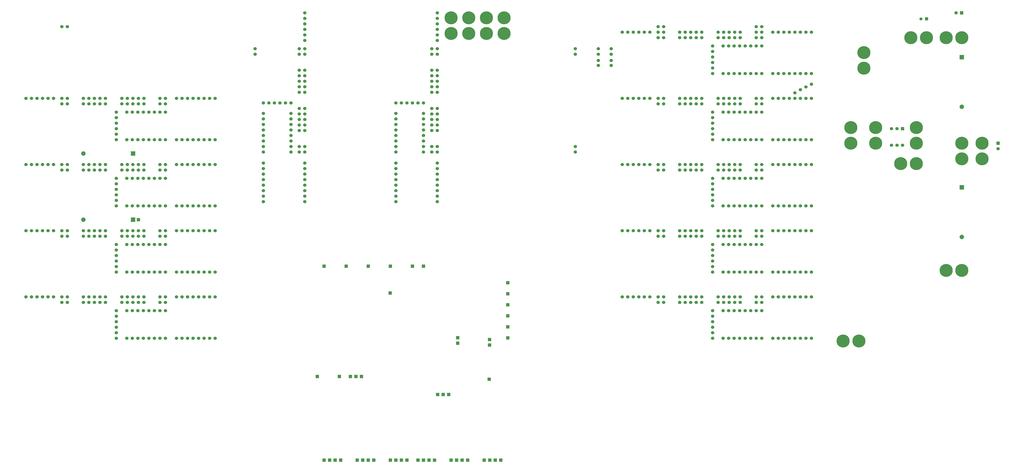
<source format=gbr>
G04 start of page 6 for group 4 idx 15 *
G04 Title: (unknown), exclude2 *
G04 Creator: pcb 4.2.0 *
G04 CreationDate: Thu Sep 17 11:22:56 2020 UTC *
G04 For: commonadmin *
G04 Format: Gerber/RS-274X *
G04 PCB-Dimensions (mil): 18000.00 11000.00 *
G04 PCB-Coordinate-Origin: lower left *
%MOIN*%
%FSLAX25Y25*%
%LNGROUP4*%
%ADD60C,0.0280*%
%ADD59C,0.0300*%
%ADD58C,0.0500*%
%ADD57C,0.1870*%
%ADD56C,0.0350*%
%ADD55C,0.0380*%
%ADD54C,0.0800*%
%ADD53C,0.0550*%
%ADD52C,0.0001*%
%ADD51C,0.2362*%
%ADD50C,0.0600*%
G54D50*X1367500Y975000D03*
X1377500D03*
X1387500D03*
X1397500D03*
X1407500D03*
X1417500D03*
X1427500D03*
X1437500D03*
G54D51*X1532500Y1012846D03*
Y984500D03*
G54D52*G36*
X1706000Y1008500D02*Y1000500D01*
X1714000D01*
Y1008500D01*
X1706000D01*
G37*
G54D50*X1367500Y1050000D03*
X1347500D03*
Y1040000D03*
X1377500Y1050000D03*
X1387500D03*
X1397500D03*
X1407500D03*
X1417500D03*
X1427500D03*
X1437500D03*
X1337500Y1040000D03*
Y1050000D03*
X1308500D03*
Y1040000D03*
G54D51*X1646000D03*
X1617654D03*
G54D50*X1219000D03*
X1209000Y1050000D03*
X1199000D03*
X1209000Y1040000D03*
X1199000D03*
X1170000D03*
X1160000D03*
X1170000Y1050000D03*
X1160000D03*
X1145000D03*
X1135000D03*
X1125000D03*
X1115000D03*
X1105000D03*
X1095000D03*
G54D51*X1709846Y1040000D03*
X1681500D03*
G54D52*G36*
X1706500Y1088000D02*Y1082000D01*
X1712500D01*
Y1088000D01*
X1706500D01*
G37*
G54D50*X1699500Y1085000D03*
G54D52*G36*
X1643250Y1076750D02*Y1071250D01*
X1648750D01*
Y1076750D01*
X1643250D01*
G37*
G54D53*X1636000Y1074000D03*
G54D50*X1277500Y975000D03*
X1287500D03*
X1297500D03*
X1307500D03*
X1317500D03*
X1327500D03*
X1337500D03*
X1347500D03*
X1258500D03*
Y985000D03*
Y995000D03*
Y1005000D03*
Y1015000D03*
Y1025000D03*
X1277500D03*
X1287500D03*
X1297500D03*
X1307500D03*
X1317500D03*
X1327500D03*
X1337500D03*
X1347500D03*
X1298500Y1050000D03*
X1288500D03*
X1278500D03*
X1268500D03*
X1298500Y1040000D03*
X1288500D03*
X1278500D03*
X1268500D03*
X1239000D03*
X1229000D03*
X1239000Y1050000D03*
X1229000D03*
X1219000D03*
X287500Y495000D03*
X297500D03*
X307500D03*
X317500D03*
X327500D03*
X337500D03*
X347500D03*
X357500D03*
X197500D03*
X207500D03*
X217500D03*
X227500D03*
X237500D03*
X247500D03*
X257500D03*
X267500D03*
X178500D03*
Y505000D03*
Y515000D03*
Y525000D03*
Y535000D03*
Y545000D03*
X197500D03*
X207500D03*
X217500D03*
X227500D03*
X237500D03*
X247500D03*
X257500D03*
X267500D03*
X287500Y570000D03*
X267500D03*
Y560000D03*
X297500Y570000D03*
X307500D03*
X317500D03*
X327500D03*
X337500D03*
X347500D03*
X357500D03*
X257500Y560000D03*
Y570000D03*
X228500D03*
Y560000D03*
X218500Y570000D03*
X208500D03*
X198500D03*
X188500D03*
X218500Y560000D03*
X208500D03*
X198500D03*
X188500D03*
X159000D03*
X149000D03*
X159000Y570000D03*
X149000D03*
X139000D03*
Y560000D03*
X129000Y570000D03*
X119000D03*
X129000Y560000D03*
X119000D03*
X90000D03*
X80000D03*
X90000Y570000D03*
X80000D03*
X65000D03*
X55000D03*
X45000D03*
X35000D03*
X25000D03*
X15000D03*
X197500Y615000D03*
X207500D03*
X217500D03*
X227500D03*
X237500D03*
X247500D03*
X257500D03*
X267500D03*
G54D52*G36*
X592000Y628500D02*Y622500D01*
X598000D01*
Y628500D01*
X592000D01*
G37*
G36*
X552000D02*Y622500D01*
X558000D01*
Y628500D01*
X552000D01*
G37*
G54D50*X178500Y615000D03*
Y625000D03*
Y635000D03*
Y645000D03*
Y655000D03*
Y665000D03*
X197500D03*
X207500D03*
X217500D03*
X227500D03*
X237500D03*
X247500D03*
X257500D03*
X267500D03*
X218500Y690000D03*
Y680000D03*
X208500D03*
X198500D03*
X188500D03*
X208500Y690000D03*
X198500D03*
X188500D03*
X159000D03*
X149000D03*
X139000D03*
G54D54*X119000Y710000D03*
G54D52*G36*
X215500Y713000D02*Y707000D01*
X221500D01*
Y713000D01*
X215500D01*
G37*
G54D50*X159000Y680000D03*
X149000D03*
X139000D03*
X129000Y690000D03*
X119000D03*
X129000Y680000D03*
X119000D03*
X90000D03*
X80000D03*
X90000Y690000D03*
X80000D03*
X65000D03*
X55000D03*
X45000D03*
X35000D03*
X25000D03*
X15000D03*
X287500Y855000D03*
Y930000D03*
X297500D03*
X307500D03*
X317500D03*
X327500D03*
X337500D03*
X347500D03*
X357500D03*
X297500Y855000D03*
X307500D03*
X317500D03*
X327500D03*
X337500D03*
X347500D03*
X357500D03*
X317500Y810000D03*
X327500D03*
X337500D03*
X347500D03*
X357500D03*
X287500D03*
X297500D03*
X307500D03*
X228500D03*
X218500D03*
X208500D03*
X267500D03*
Y800000D03*
X257500D03*
Y810000D03*
X228500Y800000D03*
X218500D03*
X208500D03*
G54D52*G36*
X205000Y834000D02*Y826000D01*
X213000D01*
Y834000D01*
X205000D01*
G37*
G54D50*X198500Y810000D03*
Y800000D03*
X188500D03*
Y810000D03*
X159000D03*
X149000D03*
X139000D03*
X129000D03*
X119000D03*
X159000Y800000D03*
X149000D03*
X139000D03*
X129000D03*
X119000D03*
X197500Y855000D03*
X207500D03*
X217500D03*
X227500D03*
X237500D03*
X247500D03*
X257500D03*
X267500D03*
X178500D03*
Y865000D03*
Y875000D03*
Y885000D03*
Y895000D03*
Y905000D03*
X197500D03*
X207500D03*
X217500D03*
X227500D03*
X237500D03*
X247500D03*
X257500D03*
X267500D03*
Y930000D03*
Y920000D03*
X257500D03*
Y930000D03*
X228500D03*
Y920000D03*
X218500Y930000D03*
Y920000D03*
X208500Y930000D03*
Y920000D03*
X198500Y930000D03*
X188500D03*
X198500Y920000D03*
X188500D03*
X159000D03*
X149000D03*
X139000D03*
X129000D03*
X159000Y930000D03*
X149000D03*
X139000D03*
X129000D03*
X119000D03*
Y920000D03*
X90000Y930000D03*
X80000D03*
X65000D03*
X90000Y920000D03*
X80000D03*
X55000Y930000D03*
X45000D03*
X35000D03*
X25000D03*
X15000D03*
X317500Y615000D03*
X327500D03*
X337500D03*
X347500D03*
X287500D03*
X297500D03*
X307500D03*
X357500D03*
X307500Y690000D03*
X317500D03*
X327500D03*
X337500D03*
X347500D03*
X357500D03*
X287500D03*
X267500D03*
Y680000D03*
X297500Y690000D03*
X287500Y735000D03*
X297500D03*
X307500D03*
X317500D03*
X327500D03*
X337500D03*
X347500D03*
X357500D03*
X267500D03*
X257500Y680000D03*
Y690000D03*
X228500D03*
Y680000D03*
X257500Y735000D03*
G54D52*G36*
X205000Y714000D02*Y706000D01*
X213000D01*
Y714000D01*
X205000D01*
G37*
G54D50*X197500Y735000D03*
X207500D03*
X217500D03*
X227500D03*
X237500D03*
X247500D03*
X178500D03*
Y745000D03*
Y755000D03*
Y765000D03*
Y775000D03*
Y785000D03*
X197500D03*
X207500D03*
X217500D03*
X227500D03*
X237500D03*
X247500D03*
X257500D03*
X267500D03*
X90000Y810000D03*
X80000D03*
X65000D03*
X90000Y800000D03*
X80000D03*
X55000Y810000D03*
X45000D03*
X35000D03*
X25000D03*
X15000D03*
G54D54*X119000Y830000D03*
G54D50*X445000Y812500D03*
X520000D03*
X445000Y802500D03*
Y792500D03*
Y782500D03*
Y772500D03*
Y762500D03*
Y752500D03*
Y742500D03*
X520000Y802500D03*
Y792500D03*
Y782500D03*
Y772500D03*
Y762500D03*
Y752500D03*
Y742500D03*
Y832500D03*
X510000D03*
Y842500D03*
X520000D03*
X445000Y902500D03*
Y921500D03*
X455000D03*
X445000Y892500D03*
X465000Y921500D03*
X475000D03*
X485000D03*
X495000D03*
Y902500D03*
X445000Y882500D03*
Y872500D03*
Y862500D03*
Y852500D03*
Y842500D03*
Y832500D03*
X495000Y862500D03*
Y852500D03*
Y842500D03*
Y832500D03*
Y892500D03*
Y882500D03*
Y872500D03*
X520000Y871500D03*
X510000D03*
Y881500D03*
Y891500D03*
Y901500D03*
X520000Y881500D03*
Y891500D03*
Y901500D03*
Y911500D03*
Y941000D03*
Y951000D03*
X510000Y911500D03*
Y941000D03*
Y951000D03*
X520000Y961000D03*
Y971000D03*
Y981000D03*
Y1010000D03*
X510000Y961000D03*
Y971000D03*
Y981000D03*
Y1010000D03*
Y1020000D03*
X520000D03*
Y1035000D03*
Y1045000D03*
Y1055000D03*
Y1065000D03*
Y1075000D03*
Y1085000D03*
X1367500Y735000D03*
Y810000D03*
X1377500D03*
X1387500D03*
X1397500D03*
X1407500D03*
X1417500D03*
X1427500D03*
X1437500D03*
X1377500Y735000D03*
X1387500D03*
X1397500D03*
X1407500D03*
X1417500D03*
X1427500D03*
X1437500D03*
X1397500Y690000D03*
X1407500D03*
X1417500D03*
X1427500D03*
X1437500D03*
X1367500Y495000D03*
X1377500D03*
X1387500D03*
X1397500D03*
X1407500D03*
X1417500D03*
X1427500D03*
X1437500D03*
G54D51*X1495000Y490000D03*
X1523346D03*
G54D50*X1367500Y570000D03*
X1377500D03*
X1387500D03*
X1397500D03*
X1407500D03*
X1417500D03*
X1427500D03*
X1437500D03*
X1278500Y810000D03*
X1268500D03*
X1278500Y800000D03*
X1268500D03*
X1239000D03*
X1229000D03*
X1219000D03*
X1209000D03*
X1239000Y810000D03*
X1229000D03*
X1219000D03*
X1209000D03*
X1199000D03*
Y800000D03*
X1170000Y810000D03*
X1160000D03*
X1145000D03*
X1170000Y800000D03*
X1160000D03*
X1135000Y810000D03*
X1125000D03*
X1115000D03*
X1105000D03*
X1095000D03*
X1367500Y615000D03*
X1377500D03*
X1387500D03*
X1397500D03*
X1407500D03*
X1417500D03*
X1427500D03*
X1437500D03*
X1297500D03*
X1307500D03*
X1317500D03*
X1327500D03*
X1337500D03*
X1347500D03*
X1277500D03*
X1258500D03*
Y625000D03*
Y635000D03*
Y645000D03*
Y655000D03*
Y665000D03*
X1287500D03*
X1297500D03*
X1307500D03*
X1317500D03*
X1327500D03*
X1337500D03*
X1347500D03*
X1287500Y615000D03*
G54D52*G36*
X712000Y628500D02*Y622500D01*
X718000D01*
Y628500D01*
X712000D01*
G37*
G36*
X732000D02*Y622500D01*
X738000D01*
Y628500D01*
X732000D01*
G37*
G36*
X672000D02*Y622500D01*
X678000D01*
Y628500D01*
X672000D01*
G37*
G36*
X632000D02*Y622500D01*
X638000D01*
Y628500D01*
X632000D01*
G37*
G36*
X671500Y580000D02*Y574000D01*
X677500D01*
Y580000D01*
X671500D01*
G37*
G54D50*X1277500Y735000D03*
X1287500D03*
X1297500D03*
X1307500D03*
X1317500D03*
X1327500D03*
X1337500D03*
X1347500D03*
X1258500D03*
Y745000D03*
Y755000D03*
Y765000D03*
Y775000D03*
Y785000D03*
X1277500D03*
X1287500D03*
X1297500D03*
X1307500D03*
X1317500D03*
X1327500D03*
X1337500D03*
X1347500D03*
Y810000D03*
Y800000D03*
X1337500D03*
Y810000D03*
X1308500D03*
Y800000D03*
X1298500Y810000D03*
Y800000D03*
X1288500Y810000D03*
Y800000D03*
X1367500Y690000D03*
X1377500D03*
X1387500D03*
X1308500D03*
X1298500D03*
X1288500D03*
X1347500D03*
Y680000D03*
X1337500D03*
Y690000D03*
X1308500Y680000D03*
X1298500D03*
X1288500D03*
X1278500Y690000D03*
Y680000D03*
X1268500D03*
Y690000D03*
X1239000D03*
X1229000D03*
X1219000D03*
X1209000D03*
X1199000D03*
X1239000Y680000D03*
X1229000D03*
X1219000D03*
X1209000D03*
X1199000D03*
X1170000Y690000D03*
X1160000D03*
X1145000D03*
X1170000Y680000D03*
X1160000D03*
X1135000Y690000D03*
X1125000D03*
X1115000D03*
X1105000D03*
X1095000D03*
X1287500Y495000D03*
X1297500D03*
X1307500D03*
X1317500D03*
X1327500D03*
X1337500D03*
G54D52*G36*
X794000Y499000D02*Y493000D01*
X800000D01*
Y499000D01*
X794000D01*
G37*
G36*
Y489000D02*Y483000D01*
X800000D01*
Y489000D01*
X794000D01*
G37*
G54D50*X1277500Y665000D03*
Y495000D03*
Y545000D03*
X1258500Y525000D03*
Y535000D03*
Y545000D03*
X1287500D03*
X1297500D03*
X1307500D03*
X1317500D03*
X1278500Y560000D03*
X1268500Y570000D03*
Y560000D03*
X1258500Y495000D03*
Y505000D03*
Y515000D03*
X1347500Y495000D03*
G54D52*G36*
X884500Y518500D02*Y512500D01*
X890500D01*
Y518500D01*
X884500D01*
G37*
G36*
X851500Y485500D02*Y479500D01*
X857500D01*
Y485500D01*
X851500D01*
G37*
G36*
Y495500D02*Y489500D01*
X857500D01*
Y495500D01*
X851500D01*
G37*
G36*
X851000Y423500D02*Y417500D01*
X857000D01*
Y423500D01*
X851000D01*
G37*
G36*
X884500Y498500D02*Y492500D01*
X890500D01*
Y498500D01*
X884500D01*
G37*
G54D50*X1327500Y545000D03*
X1337500D03*
X1347500D03*
Y570000D03*
Y560000D03*
X1337500D03*
Y570000D03*
X1308500D03*
Y560000D03*
X1298500Y570000D03*
Y560000D03*
X1288500Y570000D03*
Y560000D03*
X1278500Y570000D03*
X1239000D03*
Y560000D03*
X1229000Y570000D03*
Y560000D03*
X1219000Y570000D03*
Y560000D03*
X1209000Y570000D03*
Y560000D03*
X1199000D03*
Y570000D03*
X1170000D03*
Y560000D03*
X1160000D03*
Y570000D03*
X1145000D03*
X1135000D03*
X1125000D03*
X1115000D03*
X1105000D03*
X1095000D03*
G54D52*G36*
X884500Y598500D02*Y592500D01*
X890500D01*
Y598500D01*
X884500D01*
G37*
G36*
Y578500D02*Y572500D01*
X890500D01*
Y578500D01*
X884500D01*
G37*
G36*
Y538500D02*Y532500D01*
X890500D01*
Y538500D01*
X884500D01*
G37*
G36*
Y558500D02*Y552500D01*
X890500D01*
Y558500D01*
X884500D01*
G37*
G36*
X872000Y277000D02*Y271000D01*
X878000D01*
Y277000D01*
X872000D01*
G37*
G36*
X862000D02*Y271000D01*
X868000D01*
Y277000D01*
X862000D01*
G37*
G36*
X852000D02*Y271000D01*
X858000D01*
Y277000D01*
X852000D01*
G37*
G36*
X842000D02*Y271000D01*
X848000D01*
Y277000D01*
X842000D01*
G37*
G36*
X812000D02*Y271000D01*
X818000D01*
Y277000D01*
X812000D01*
G37*
G36*
X802000D02*Y271000D01*
X808000D01*
Y277000D01*
X802000D01*
G37*
G36*
X792000D02*Y271000D01*
X798000D01*
Y277000D01*
X792000D01*
G37*
G36*
X782000D02*Y271000D01*
X788000D01*
Y277000D01*
X782000D01*
G37*
G36*
X582000D02*Y271000D01*
X588000D01*
Y277000D01*
X582000D01*
G37*
G36*
X642000D02*Y271000D01*
X648000D01*
Y277000D01*
X642000D01*
G37*
G36*
X632000D02*Y271000D01*
X638000D01*
Y277000D01*
X632000D01*
G37*
G36*
X622000D02*Y271000D01*
X628000D01*
Y277000D01*
X622000D01*
G37*
G36*
X612000D02*Y271000D01*
X618000D01*
Y277000D01*
X612000D01*
G37*
G36*
X572000D02*Y271000D01*
X578000D01*
Y277000D01*
X572000D01*
G37*
G36*
X579500Y428500D02*Y422500D01*
X585500D01*
Y428500D01*
X579500D01*
G37*
G36*
X619500D02*Y422500D01*
X625500D01*
Y428500D01*
X619500D01*
G37*
G36*
X599500D02*Y422500D01*
X605500D01*
Y428500D01*
X599500D01*
G37*
G36*
X609500D02*Y422500D01*
X615500D01*
Y428500D01*
X609500D01*
G37*
G36*
X562000Y277000D02*Y271000D01*
X568000D01*
Y277000D01*
X562000D01*
G37*
G36*
X552000D02*Y271000D01*
X558000D01*
Y277000D01*
X552000D01*
G37*
G36*
X539500Y428500D02*Y422500D01*
X545500D01*
Y428500D01*
X539500D01*
G37*
G36*
X702000Y277000D02*Y271000D01*
X708000D01*
Y277000D01*
X702000D01*
G37*
G36*
X692000D02*Y271000D01*
X698000D01*
Y277000D01*
X692000D01*
G37*
G36*
X732000D02*Y271000D01*
X738000D01*
Y277000D01*
X732000D01*
G37*
G36*
X722000D02*Y271000D01*
X728000D01*
Y277000D01*
X722000D01*
G37*
G36*
X752000D02*Y271000D01*
X758000D01*
Y277000D01*
X752000D01*
G37*
G36*
X742000D02*Y271000D01*
X748000D01*
Y277000D01*
X742000D01*
G37*
G36*
X682000D02*Y271000D01*
X688000D01*
Y277000D01*
X682000D01*
G37*
G36*
X672000D02*Y271000D01*
X678000D01*
Y277000D01*
X672000D01*
G37*
G36*
X777500Y396000D02*Y390000D01*
X783500D01*
Y396000D01*
X777500D01*
G37*
G36*
X767500D02*Y390000D01*
X773500D01*
Y396000D01*
X767500D01*
G37*
G36*
X757500D02*Y390000D01*
X763500D01*
Y396000D01*
X757500D01*
G37*
G54D51*X881000Y1075846D03*
Y1047500D03*
X849000Y1075846D03*
Y1047500D03*
X817000Y1075846D03*
Y1047500D03*
X785000Y1075846D03*
Y1047500D03*
G54D50*X760000Y1085000D03*
Y1075000D03*
Y1065000D03*
Y1055000D03*
Y1045000D03*
Y1035000D03*
Y1020000D03*
X750000D03*
Y1010000D03*
X760000D03*
X750000Y981000D03*
X760000D03*
X750000Y971000D03*
X760000D03*
X750000Y961000D03*
Y951000D03*
Y941000D03*
X760000Y961000D03*
Y951000D03*
Y941000D03*
Y911500D03*
Y901500D03*
Y891500D03*
Y742500D03*
Y752500D03*
Y762500D03*
Y772500D03*
Y782500D03*
Y792500D03*
Y802500D03*
Y812500D03*
Y881500D03*
Y871500D03*
Y842500D03*
Y832500D03*
X750000Y871500D03*
X735000Y852500D03*
Y862500D03*
X750000Y842500D03*
Y832500D03*
X735000D03*
Y842500D03*
Y872500D03*
X750000Y911500D03*
Y901500D03*
Y891500D03*
Y881500D03*
X735000Y882500D03*
Y892500D03*
Y902500D03*
Y921500D03*
X725000D03*
X715000D03*
X705000D03*
X695000D03*
X685000D03*
Y882500D03*
Y892500D03*
Y902500D03*
Y832500D03*
Y842500D03*
Y852500D03*
Y862500D03*
Y872500D03*
Y742500D03*
Y752500D03*
Y762500D03*
Y772500D03*
Y782500D03*
Y792500D03*
Y802500D03*
Y812500D03*
X1367500Y855000D03*
Y930000D03*
X1377500Y855000D03*
X1387500D03*
X1397500D03*
X1407500D03*
X1417500D03*
X1427500D03*
X1437500D03*
X1377500Y930000D03*
X1387500D03*
X1397500D03*
X1407500D03*
X1417500D03*
X1427500D03*
X1437500D03*
X1277500Y855000D03*
X1287500D03*
X1297500D03*
X1307500D03*
X1317500D03*
X1327500D03*
X1337500D03*
X1347500D03*
X1258500D03*
Y865000D03*
Y875000D03*
Y885000D03*
Y895000D03*
Y905000D03*
X1277500D03*
X1287500D03*
X1297500D03*
X1307500D03*
X1317500D03*
X1327500D03*
X1337500D03*
X1347500D03*
X1278500Y930000D03*
X1268500D03*
X1278500Y920000D03*
X1268500D03*
X1239000D03*
X1229000D03*
X1219000D03*
X1209000D03*
X1239000Y930000D03*
X1229000D03*
X1219000D03*
X1209000D03*
X1199000D03*
Y920000D03*
X1170000Y930000D03*
X1160000D03*
X1145000D03*
X1170000Y920000D03*
X1160000D03*
X1135000Y930000D03*
X1125000D03*
X1115000D03*
X1105000D03*
X1095000D03*
G54D51*X1746500Y848500D03*
G54D52*G36*
X1772500Y851500D02*Y845500D01*
X1778500D01*
Y851500D01*
X1772500D01*
G37*
G54D50*X1775500Y838500D03*
G54D51*X1746500Y820154D03*
X1710000Y848500D03*
Y820154D03*
G54D52*G36*
X1706000Y772500D02*Y764500D01*
X1714000D01*
Y772500D01*
X1706000D01*
G37*
G54D54*X1710000Y678500D03*
G54D51*Y618000D03*
X1681654D03*
X1554000Y848654D03*
G54D50*X1582500Y845000D03*
X1592500D03*
X1602500D03*
G54D51*X1627500Y848654D03*
X1599154Y811654D03*
X1627500D03*
G54D50*X1347500Y930000D03*
Y920000D03*
X1337500D03*
Y930000D03*
X1308500D03*
Y920000D03*
X1298500Y930000D03*
Y920000D03*
X1288500Y930000D03*
Y920000D03*
G54D54*X1710000Y914500D03*
G54D51*X1554000Y877000D03*
G54D52*G36*
X1599500Y878000D02*Y872000D01*
X1605500D01*
Y878000D01*
X1599500D01*
G37*
G54D50*X1592500Y875000D03*
X1582500D03*
G54D51*X1627500Y877000D03*
X1509000D03*
Y848654D03*
G54D50*X1075000Y1020000D03*
Y1010000D03*
X1051500D03*
Y1020000D03*
X1160000Y1060000D03*
X1170000D03*
X1337500D03*
X1347500D03*
X80000D03*
X90000D03*
X1010000Y1020000D03*
X430000D03*
Y1010000D03*
X1010000D03*
Y842500D03*
Y832500D03*
X1075000Y998500D03*
X1051500D03*
X1075000Y989500D03*
X1051500D03*
X1407500Y940000D03*
X1417500Y945500D03*
X1427500Y950500D03*
X1437500Y955500D03*
G54D55*G54D56*G54D55*G54D57*G54D58*G54D55*G54D57*G54D55*G54D57*G54D55*G54D59*G54D55*G54D58*G54D55*G54D58*G54D55*G54D58*G54D55*G54D58*G54D55*G54D57*G54D55*G54D57*G54D55*G54D57*G54D55*G54D57*G54D58*G54D57*G54D60*G54D57*G54D55*G54D58*G54D57*G54D60*G54D57*M02*

</source>
